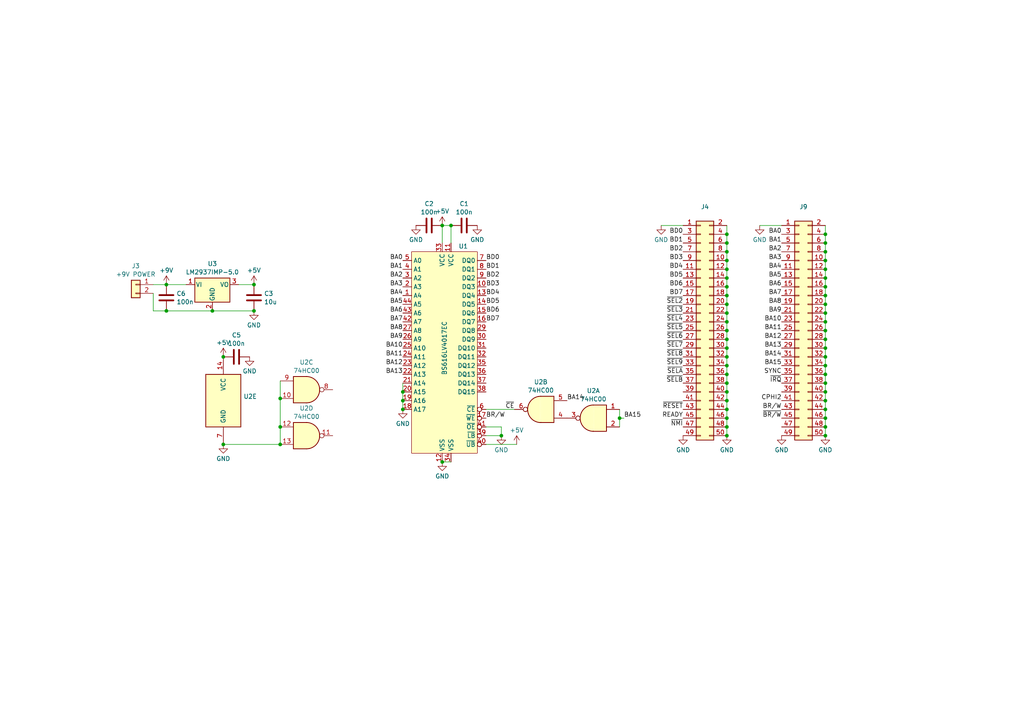
<source format=kicad_sch>
(kicad_sch (version 20230121) (generator eeschema)
  (paper "A4")
  (lib_symbols
    (symbol "74xx:74HC00" (pin_names (offset 1.016))
      (property "Reference" "U" (at 0 1.27 0))
      (property "Value" "74HC00" (at 0 -1.27 0))
      (symbol "74HC00_1_1"
        (arc (start 0 -3.81) (mid 3.7934 0) (end 0 3.81) (stroke (width 0.254)) (fill (type background)))
        (polyline (pts (xy 0 3.81) (xy -3.81 3.81) (xy -3.81 -3.81) (xy 0 -3.81)) (stroke (width 0.254)) (fill (type background)))
        (pin input line (at -7.62 2.54 0) (length 3.81) (name "~") (number "1"))
        (pin input line (at -7.62 -2.54 0) (length 3.81) (name "~") (number "2"))
        (pin output inverted (at 7.62 0 180) (length 3.81) (name "~") (number "3"))
      )
      (symbol "74HC00_1_2"
        (arc (start -3.81 -3.81) (mid -2.589 0) (end -3.81 3.81) (stroke (width 0.254)))
        (arc (start -0.6096 -3.81) (mid 2.1842 -2.5851) (end 3.81 0) (stroke (width 0.254)) (fill (type background)))
        (polyline (pts (xy -3.81 -3.81) (xy -0.635 -3.81)) (stroke (width 0.254)) (fill (type background)))
        (polyline (pts (xy -3.81 3.81) (xy -0.635 3.81)) (stroke (width 0.254)) (fill (type background)))
        (polyline (pts (xy -0.635 3.81) (xy -3.81 3.81) (xy -3.81 3.81) (xy -3.556 3.4036) (xy -3.0226 2.2606) (xy -2.6924 1.0414) (xy -2.6162 -0.254) (xy -2.7686 -1.4986) (xy -3.175 -2.7178) (xy -3.81 -3.81) (xy -3.81 -3.81) (xy -0.635 -3.81)) (stroke (width -25.4)) (fill (type background)))
        (arc (start 3.81 0) (mid 2.1915 2.5936) (end -0.6096 3.81) (stroke (width 0.254)) (fill (type background)))
        (pin input inverted (at -7.62 2.54 0) (length 4.318) (name "~") (number "1"))
        (pin input inverted (at -7.62 -2.54 0) (length 4.318) (name "~") (number "2"))
        (pin output line (at 7.62 0 180) (length 3.81) (name "~") (number "3"))
      )
      (symbol "74HC00_2_1"
        (arc (start 0 -3.81) (mid 3.7934 0) (end 0 3.81) (stroke (width 0.254)) (fill (type background)))
        (polyline (pts (xy 0 3.81) (xy -3.81 3.81) (xy -3.81 -3.81) (xy 0 -3.81)) (stroke (width 0.254)) (fill (type background)))
        (pin input line (at -7.62 2.54 0) (length 3.81) (name "~") (number "4"))
        (pin input line (at -7.62 -2.54 0) (length 3.81) (name "~") (number "5"))
        (pin output inverted (at 7.62 0 180) (length 3.81) (name "~") (number "6"))
      )
      (symbol "74HC00_2_2"
        (arc (start -3.81 -3.81) (mid -2.589 0) (end -3.81 3.81) (stroke (width 0.254)))
        (arc (start -0.6096 -3.81) (mid 2.1842 -2.5851) (end 3.81 0) (stroke (width 0.254)) (fill (type background)))
        (polyline (pts (xy -3.81 -3.81) (xy -0.635 -3.81)) (stroke (width 0.254)) (fill (type background)))
        (polyline (pts (xy -3.81 3.81) (xy -0.635 3.81)) (stroke (width 0.254)) (fill (type background)))
        (polyline (pts (xy -0.635 3.81) (xy -3.81 3.81) (xy -3.81 3.81) (xy -3.556 3.4036) (xy -3.0226 2.2606) (xy -2.6924 1.0414) (xy -2.6162 -0.254) (xy -2.7686 -1.4986) (xy -3.175 -2.7178) (xy -3.81 -3.81) (xy -3.81 -3.81) (xy -0.635 -3.81)) (stroke (width -25.4)) (fill (type background)))
        (arc (start 3.81 0) (mid 2.1915 2.5936) (end -0.6096 3.81) (stroke (width 0.254)) (fill (type background)))
        (pin input inverted (at -7.62 2.54 0) (length 4.318) (name "~") (number "4"))
        (pin input inverted (at -7.62 -2.54 0) (length 4.318) (name "~") (number "5"))
        (pin output line (at 7.62 0 180) (length 3.81) (name "~") (number "6"))
      )
      (symbol "74HC00_3_1"
        (arc (start 0 -3.81) (mid 3.7934 0) (end 0 3.81) (stroke (width 0.254)) (fill (type background)))
        (polyline (pts (xy 0 3.81) (xy -3.81 3.81) (xy -3.81 -3.81) (xy 0 -3.81)) (stroke (width 0.254)) (fill (type background)))
        (pin input line (at -7.62 -2.54 0) (length 3.81) (name "~") (number "10"))
        (pin output inverted (at 7.62 0 180) (length 3.81) (name "~") (number "8"))
        (pin input line (at -7.62 2.54 0) (length 3.81) (name "~") (number "9"))
      )
      (symbol "74HC00_3_2"
        (arc (start -3.81 -3.81) (mid -2.589 0) (end -3.81 3.81) (stroke (width 0.254)))
        (arc (start -0.6096 -3.81) (mid 2.1842 -2.5851) (end 3.81 0) (stroke (width 0.254)) (fill (type background)))
        (polyline (pts (xy -3.81 -3.81) (xy -0.635 -3.81)) (stroke (width 0.254)) (fill (type background)))
        (polyline (pts (xy -3.81 3.81) (xy -0.635 3.81)) (stroke (width 0.254)) (fill (type background)))
        (polyline (pts (xy -0.635 3.81) (xy -3.81 3.81) (xy -3.81 3.81) (xy -3.556 3.4036) (xy -3.0226 2.2606) (xy -2.6924 1.0414) (xy -2.6162 -0.254) (xy -2.7686 -1.4986) (xy -3.175 -2.7178) (xy -3.81 -3.81) (xy -3.81 -3.81) (xy -0.635 -3.81)) (stroke (width -25.4)) (fill (type background)))
        (arc (start 3.81 0) (mid 2.1915 2.5936) (end -0.6096 3.81) (stroke (width 0.254)) (fill (type background)))
        (pin input inverted (at -7.62 -2.54 0) (length 4.318) (name "~") (number "10"))
        (pin output line (at 7.62 0 180) (length 3.81) (name "~") (number "8"))
        (pin input inverted (at -7.62 2.54 0) (length 4.318) (name "~") (number "9"))
      )
      (symbol "74HC00_4_1"
        (arc (start 0 -3.81) (mid 3.7934 0) (end 0 3.81) (stroke (width 0.254)) (fill (type background)))
        (polyline (pts (xy 0 3.81) (xy -3.81 3.81) (xy -3.81 -3.81) (xy 0 -3.81)) (stroke (width 0.254)) (fill (type background)))
        (pin output inverted (at 7.62 0 180) (length 3.81) (name "~") (number "11"))
        (pin input line (at -7.62 2.54 0) (length 3.81) (name "~") (number "12"))
        (pin input line (at -7.62 -2.54 0) (length 3.81) (name "~") (number "13"))
      )
      (symbol "74HC00_4_2"
        (arc (start -3.81 -3.81) (mid -2.589 0) (end -3.81 3.81) (stroke (width 0.254)))
        (arc (start -0.6096 -3.81) (mid 2.1842 -2.5851) (end 3.81 0) (stroke (width 0.254)) (fill (type background)))
        (polyline (pts (xy -3.81 -3.81) (xy -0.635 -3.81)) (stroke (width 0.254)) (fill (type background)))
        (polyline (pts (xy -3.81 3.81) (xy -0.635 3.81)) (stroke (width 0.254)) (fill (type background)))
        (polyline (pts (xy -0.635 3.81) (xy -3.81 3.81) (xy -3.81 3.81) (xy -3.556 3.4036) (xy -3.0226 2.2606) (xy -2.6924 1.0414) (xy -2.6162 -0.254) (xy -2.7686 -1.4986) (xy -3.175 -2.7178) (xy -3.81 -3.81) (xy -3.81 -3.81) (xy -0.635 -3.81)) (stroke (width -25.4)) (fill (type background)))
        (arc (start 3.81 0) (mid 2.1915 2.5936) (end -0.6096 3.81) (stroke (width 0.254)) (fill (type background)))
        (pin output line (at 7.62 0 180) (length 3.81) (name "~") (number "11"))
        (pin input inverted (at -7.62 2.54 0) (length 4.318) (name "~") (number "12"))
        (pin input inverted (at -7.62 -2.54 0) (length 4.318) (name "~") (number "13"))
      )
      (symbol "74HC00_5_0"
        (pin power_in line (at 0 12.7 270) (length 5.08) (name "VCC") (number "14"))
        (pin power_in line (at 0 -12.7 90) (length 5.08) (name "GND") (number "7"))
      )
      (symbol "74HC00_5_1"
        (rectangle (start -5.08 7.62) (end 5.08 -7.62) (stroke (width 0.254)) (fill (type background)))
      )
    )
    (symbol "Connector_Generic:Conn_01x02" (pin_names (offset 1.016) hide)
      (property "Reference" "J" (at 0 2.54 0))
      (property "Value" "Conn_01x02" (at 0 -5.08 0))
      (symbol "Conn_01x02_1_1"
        (rectangle (start -1.27 -2.413) (end 0 -2.667) (stroke (width 0.1524)))
        (rectangle (start -1.27 0.127) (end 0 -0.127) (stroke (width 0.1524)))
        (rectangle (start -1.27 1.27) (end 1.27 -3.81) (stroke (width 0.254)) (fill (type background)))
        (pin passive line (at -5.08 0 0) (length 3.81) (name "Pin_1") (number "1"))
        (pin passive line (at -5.08 -2.54 0) (length 3.81) (name "Pin_2") (number "2"))
      )
    )
    (symbol "Connector_Generic:Conn_02x25_Odd_Even" (pin_names (offset 1.016) hide)
      (property "Reference" "J" (at 1.27 33.02 0))
      (property "Value" "Conn_02x25_Odd_Even" (at 1.27 -33.02 0))
      (symbol "Conn_02x25_Odd_Even_1_1"
        (rectangle (start -1.27 -30.353) (end 0 -30.607) (stroke (width 0.1524)))
        (rectangle (start -1.27 -27.813) (end 0 -28.067) (stroke (width 0.1524)))
        (rectangle (start -1.27 -25.273) (end 0 -25.527) (stroke (width 0.1524)))
        (rectangle (start -1.27 -22.733) (end 0 -22.987) (stroke (width 0.1524)))
        (rectangle (start -1.27 -20.193) (end 0 -20.447) (stroke (width 0.1524)))
        (rectangle (start -1.27 -17.653) (end 0 -17.907) (stroke (width 0.1524)))
        (rectangle (start -1.27 -15.113) (end 0 -15.367) (stroke (width 0.1524)))
        (rectangle (start -1.27 -12.573) (end 0 -12.827) (stroke (width 0.1524)))
        (rectangle (start -1.27 -10.033) (end 0 -10.287) (stroke (width 0.1524)))
        (rectangle (start -1.27 -7.493) (end 0 -7.747) (stroke (width 0.1524)))
        (rectangle (start -1.27 -4.953) (end 0 -5.207) (stroke (width 0.1524)))
        (rectangle (start -1.27 -2.413) (end 0 -2.667) (stroke (width 0.1524)))
        (rectangle (start -1.27 0.127) (end 0 -0.127) (stroke (width 0.1524)))
        (rectangle (start -1.27 2.667) (end 0 2.413) (stroke (width 0.1524)))
        (rectangle (start -1.27 5.207) (end 0 4.953) (stroke (width 0.1524)))
        (rectangle (start -1.27 7.747) (end 0 7.493) (stroke (width 0.1524)))
        (rectangle (start -1.27 10.287) (end 0 10.033) (stroke (width 0.1524)))
        (rectangle (start -1.27 12.827) (end 0 12.573) (stroke (width 0.1524)))
        (rectangle (start -1.27 15.367) (end 0 15.113) (stroke (width 0.1524)))
        (rectangle (start -1.27 17.907) (end 0 17.653) (stroke (width 0.1524)))
        (rectangle (start -1.27 20.447) (end 0 20.193) (stroke (width 0.1524)))
        (rectangle (start -1.27 22.987) (end 0 22.733) (stroke (width 0.1524)))
        (rectangle (start -1.27 25.527) (end 0 25.273) (stroke (width 0.1524)))
        (rectangle (start -1.27 28.067) (end 0 27.813) (stroke (width 0.1524)))
        (rectangle (start -1.27 30.607) (end 0 30.353) (stroke (width 0.1524)))
        (rectangle (start -1.27 31.75) (end 3.81 -31.75) (stroke (width 0.254)) (fill (type background)))
        (rectangle (start 3.81 -30.353) (end 2.54 -30.607) (stroke (width 0.1524)))
        (rectangle (start 3.81 -27.813) (end 2.54 -28.067) (stroke (width 0.1524)))
        (rectangle (start 3.81 -25.273) (end 2.54 -25.527) (stroke (width 0.1524)))
        (rectangle (start 3.81 -22.733) (end 2.54 -22.987) (stroke (width 0.1524)))
        (rectangle (start 3.81 -20.193) (end 2.54 -20.447) (stroke (width 0.1524)))
        (rectangle (start 3.81 -17.653) (end 2.54 -17.907) (stroke (width 0.1524)))
        (rectangle (start 3.81 -15.113) (end 2.54 -15.367) (stroke (width 0.1524)))
        (rectangle (start 3.81 -12.573) (end 2.54 -12.827) (stroke (width 0.1524)))
        (rectangle (start 3.81 -10.033) (end 2.54 -10.287) (stroke (width 0.1524)))
        (rectangle (start 3.81 -7.493) (end 2.54 -7.747) (stroke (width 0.1524)))
        (rectangle (start 3.81 -4.953) (end 2.54 -5.207) (stroke (width 0.1524)))
        (rectangle (start 3.81 -2.413) (end 2.54 -2.667) (stroke (width 0.1524)))
        (rectangle (start 3.81 0.127) (end 2.54 -0.127) (stroke (width 0.1524)))
        (rectangle (start 3.81 2.667) (end 2.54 2.413) (stroke (width 0.1524)))
        (rectangle (start 3.81 5.207) (end 2.54 4.953) (stroke (width 0.1524)))
        (rectangle (start 3.81 7.747) (end 2.54 7.493) (stroke (width 0.1524)))
        (rectangle (start 3.81 10.287) (end 2.54 10.033) (stroke (width 0.1524)))
        (rectangle (start 3.81 12.827) (end 2.54 12.573) (stroke (width 0.1524)))
        (rectangle (start 3.81 15.367) (end 2.54 15.113) (stroke (width 0.1524)))
        (rectangle (start 3.81 17.907) (end 2.54 17.653) (stroke (width 0.1524)))
        (rectangle (start 3.81 20.447) (end 2.54 20.193) (stroke (width 0.1524)))
        (rectangle (start 3.81 22.987) (end 2.54 22.733) (stroke (width 0.1524)))
        (rectangle (start 3.81 25.527) (end 2.54 25.273) (stroke (width 0.1524)))
        (rectangle (start 3.81 28.067) (end 2.54 27.813) (stroke (width 0.1524)))
        (rectangle (start 3.81 30.607) (end 2.54 30.353) (stroke (width 0.1524)))
        (pin passive line (at -5.08 30.48 0) (length 3.81) (name "Pin_1") (number "1"))
        (pin passive line (at 7.62 20.32 180) (length 3.81) (name "Pin_10") (number "10"))
        (pin passive line (at -5.08 17.78 0) (length 3.81) (name "Pin_11") (number "11"))
        (pin passive line (at 7.62 17.78 180) (length 3.81) (name "Pin_12") (number "12"))
        (pin passive line (at -5.08 15.24 0) (length 3.81) (name "Pin_13") (number "13"))
        (pin passive line (at 7.62 15.24 180) (length 3.81) (name "Pin_14") (number "14"))
        (pin passive line (at -5.08 12.7 0) (length 3.81) (name "Pin_15") (number "15"))
        (pin passive line (at 7.62 12.7 180) (length 3.81) (name "Pin_16") (number "16"))
        (pin passive line (at -5.08 10.16 0) (length 3.81) (name "Pin_17") (number "17"))
        (pin passive line (at 7.62 10.16 180) (length 3.81) (name "Pin_18") (number "18"))
        (pin passive line (at -5.08 7.62 0) (length 3.81) (name "Pin_19") (number "19"))
        (pin passive line (at 7.62 30.48 180) (length 3.81) (name "Pin_2") (number "2"))
        (pin passive line (at 7.62 7.62 180) (length 3.81) (name "Pin_20") (number "20"))
        (pin passive line (at -5.08 5.08 0) (length 3.81) (name "Pin_21") (number "21"))
        (pin passive line (at 7.62 5.08 180) (length 3.81) (name "Pin_22") (number "22"))
        (pin passive line (at -5.08 2.54 0) (length 3.81) (name "Pin_23") (number "23"))
        (pin passive line (at 7.62 2.54 180) (length 3.81) (name "Pin_24") (number "24"))
        (pin passive line (at -5.08 0 0) (length 3.81) (name "Pin_25") (number "25"))
        (pin passive line (at 7.62 0 180) (length 3.81) (name "Pin_26") (number "26"))
        (pin passive line (at -5.08 -2.54 0) (length 3.81) (name "Pin_27") (number "27"))
        (pin passive line (at 7.62 -2.54 180) (length 3.81) (name "Pin_28") (number "28"))
        (pin passive line (at -5.08 -5.08 0) (length 3.81) (name "Pin_29") (number "29"))
        (pin passive line (at -5.08 27.94 0) (length 3.81) (name "Pin_3") (number "3"))
        (pin passive line (at 7.62 -5.08 180) (length 3.81) (name "Pin_30") (number "30"))
        (pin passive line (at -5.08 -7.62 0) (length 3.81) (name "Pin_31") (number "31"))
        (pin passive line (at 7.62 -7.62 180) (length 3.81) (name "Pin_32") (number "32"))
        (pin passive line (at -5.08 -10.16 0) (length 3.81) (name "Pin_33") (number "33"))
        (pin passive line (at 7.62 -10.16 180) (length 3.81) (name "Pin_34") (number "34"))
        (pin passive line (at -5.08 -12.7 0) (length 3.81) (name "Pin_35") (number "35"))
        (pin passive line (at 7.62 -12.7 180) (length 3.81) (name "Pin_36") (number "36"))
        (pin passive line (at -5.08 -15.24 0) (length 3.81) (name "Pin_37") (number "37"))
        (pin passive line (at 7.62 -15.24 180) (length 3.81) (name "Pin_38") (number "38"))
        (pin passive line (at -5.08 -17.78 0) (length 3.81) (name "Pin_39") (number "39"))
        (pin passive line (at 7.62 27.94 180) (length 3.81) (name "Pin_4") (number "4"))
        (pin passive line (at 7.62 -17.78 180) (length 3.81) (name "Pin_40") (number "40"))
        (pin passive line (at -5.08 -20.32 0) (length 3.81) (name "Pin_41") (number "41"))
        (pin passive line (at 7.62 -20.32 180) (length 3.81) (name "Pin_42") (number "42"))
        (pin passive line (at -5.08 -22.86 0) (length 3.81) (name "Pin_43") (number "43"))
        (pin passive line (at 7.62 -22.86 180) (length 3.81) (name "Pin_44") (number "44"))
        (pin passive line (at -5.08 -25.4 0) (length 3.81) (name "Pin_45") (number "45"))
        (pin passive line (at 7.62 -25.4 180) (length 3.81) (name "Pin_46") (number "46"))
        (pin passive line (at -5.08 -27.94 0) (length 3.81) (name "Pin_47") (number "47"))
        (pin passive line (at 7.62 -27.94 180) (length 3.81) (name "Pin_48") (number "48"))
        (pin passive line (at -5.08 -30.48 0) (length 3.81) (name "Pin_49") (number "49"))
        (pin passive line (at -5.08 25.4 0) (length 3.81) (name "Pin_5") (number "5"))
        (pin passive line (at 7.62 -30.48 180) (length 3.81) (name "Pin_50") (number "50"))
        (pin passive line (at 7.62 25.4 180) (length 3.81) (name "Pin_6") (number "6"))
        (pin passive line (at -5.08 22.86 0) (length 3.81) (name "Pin_7") (number "7"))
        (pin passive line (at 7.62 22.86 180) (length 3.81) (name "Pin_8") (number "8"))
        (pin passive line (at -5.08 20.32 0) (length 3.81) (name "Pin_9") (number "9"))
      )
    )
    (symbol "Device:C" (pin_numbers hide) (pin_names (offset 0.254))
      (property "Reference" "C" (at 0.635 2.54 0))
      (property "Value" "C" (at 0.635 -2.54 0))
      (symbol "C_0_1"
        (polyline (pts (xy -2.032 -0.762) (xy 2.032 -0.762)) (stroke (width 0.508)))
        (polyline (pts (xy -2.032 0.762) (xy 2.032 0.762)) (stroke (width 0.508)))
      )
      (symbol "C_1_1"
        (pin passive line (at 0 3.81 270) (length 2.794) (name "~") (number "1"))
        (pin passive line (at 0 -3.81 90) (length 2.794) (name "~") (number "2"))
      )
    )
    (symbol "Regulator_Linear:LM2937xMP" (pin_names (offset 0.254))
      (property "Reference" "U" (at -3.81 3.175 0))
      (property "Value" "LM2937xMP" (at 0 3.175 0))
      (symbol "LM2937xMP_0_1"
        (rectangle (start -5.08 -5.08) (end 5.08 1.905) (stroke (width 0.254)) (fill (type background)))
      )
      (symbol "LM2937xMP_1_1"
        (pin power_in line (at -7.62 0 0) (length 2.54) (name "VI") (number "1"))
        (pin power_in line (at 0 -7.62 90) (length 2.54) (name "GND") (number "2"))
        (pin power_out line (at 7.62 0 180) (length 2.54) (name "VO") (number "3"))
      )
    )
    (symbol "oni:BS616LV4017EC"
      (property "Reference" "U" (at 5.08 -30.48 0))
      (property "Value" "BS616LV4017EC" (at 0 0 90))
      (symbol "BS616LV4017EC_1_1"
        (rectangle (start -10.16 29.21) (end 8.89 -29.21) (fill (type background)))
        (pin input line (at -12.7 16.51 0) (length 2.54) (name "A4") (number "1"))
        (pin tri_state line (at 11.43 19.05 180) (length 2.54) (name "DQ3") (number "10"))
        (pin power_in line (at 1.27 31.75 270) (length 2.54) (name "VCC") (number "11"))
        (pin power_in line (at -1.27 -31.75 90) (length 2.54) (name "VSS") (number "12"))
        (pin tri_state line (at 11.43 16.51 180) (length 2.54) (name "DQ4") (number "13"))
        (pin tri_state line (at 11.43 13.97 180) (length 2.54) (name "DQ5") (number "14"))
        (pin tri_state line (at 11.43 11.43 180) (length 2.54) (name "DQ6") (number "15"))
        (pin tri_state line (at 11.43 8.89 180) (length 2.54) (name "DQ7") (number "16"))
        (pin input inverted (at 11.43 -19.05 180) (length 2.54) (name "~{WE}") (number "17"))
        (pin input line (at -12.7 -16.51 0) (length 2.54) (name "A17") (number "18"))
        (pin input line (at -12.7 -13.97 0) (length 2.54) (name "A16") (number "19"))
        (pin input line (at -12.7 19.05 0) (length 2.54) (name "A3") (number "2"))
        (pin input line (at -12.7 -11.43 0) (length 2.54) (name "A15") (number "20"))
        (pin input line (at -12.7 -8.89 0) (length 2.54) (name "A14") (number "21"))
        (pin input line (at -12.7 -6.35 0) (length 2.54) (name "A13") (number "22"))
        (pin input line (at -12.7 -3.81 0) (length 2.54) (name "A12") (number "23"))
        (pin input line (at -12.7 -1.27 0) (length 2.54) (name "A11") (number "24"))
        (pin input line (at -12.7 1.27 0) (length 2.54) (name "A10") (number "25"))
        (pin input line (at -12.7 3.81 0) (length 2.54) (name "A9") (number "26"))
        (pin input line (at -12.7 6.35 0) (length 2.54) (name "A8") (number "27"))
        (pin no_connect line (at -12.7 -26.67 0) (length 2.54) hide (name "NC") (number "28"))
        (pin tri_state line (at 11.43 6.35 180) (length 2.54) (name "DQ8") (number "29"))
        (pin input line (at -12.7 21.59 0) (length 2.54) (name "A2") (number "3"))
        (pin tri_state line (at 11.43 3.81 180) (length 2.54) (name "DQ9") (number "30"))
        (pin tri_state line (at 11.43 1.27 180) (length 2.54) (name "DQ10") (number "31"))
        (pin tri_state line (at 11.43 -1.27 180) (length 2.54) (name "DQ11") (number "32"))
        (pin power_in line (at -1.27 31.75 270) (length 2.54) (name "VCC") (number "33"))
        (pin power_in line (at 1.27 -31.75 90) (length 2.54) (name "VSS") (number "34"))
        (pin tri_state line (at 11.43 -3.81 180) (length 2.54) (name "DQ12") (number "35"))
        (pin tri_state line (at 11.43 -6.35 180) (length 2.54) (name "DQ13") (number "36"))
        (pin tri_state line (at 11.43 -8.89 180) (length 2.54) (name "DQ14") (number "37"))
        (pin tri_state line (at 11.43 -11.43 180) (length 2.54) (name "DQ15") (number "38"))
        (pin input inverted (at 11.43 -24.13 180) (length 2.54) (name "~{LB}") (number "39"))
        (pin input line (at -12.7 24.13 0) (length 2.54) (name "A1") (number "4"))
        (pin input inverted (at 11.43 -26.67 180) (length 2.54) (name "~{UB}") (number "40"))
        (pin input inverted (at 11.43 -21.59 180) (length 2.54) (name "~{OE}") (number "41"))
        (pin input line (at -12.7 8.89 0) (length 2.54) (name "A7") (number "42"))
        (pin input line (at -12.7 11.43 0) (length 2.54) (name "A6") (number "43"))
        (pin input line (at -12.7 13.97 0) (length 2.54) (name "A5") (number "44"))
        (pin input line (at -12.7 26.67 0) (length 2.54) (name "A0") (number "5"))
        (pin input inverted (at 11.43 -16.51 180) (length 2.54) (name "~{CE}") (number "6"))
        (pin tri_state line (at 11.43 26.67 180) (length 2.54) (name "DQ0") (number "7"))
        (pin tri_state line (at 11.43 24.13 180) (length 2.54) (name "DQ1") (number "8"))
        (pin tri_state line (at 11.43 21.59 180) (length 2.54) (name "DQ2") (number "9"))
      )
    )
    (symbol "power:+5V" (power) (pin_names (offset 0))
      (property "Value" "+5V" (at 0 3.556 0))
      (symbol "+5V_0_1"
        (polyline (pts (xy -0.762 1.27) (xy 0 2.54)))
        (polyline (pts (xy 0 0) (xy 0 2.54)))
        (polyline (pts (xy 0 2.54) (xy 0.762 1.27)))
      )
      (symbol "+5V_1_1"
        (pin power_in line (at 0 0 90) (length 0) hide (name "+5V") (number "1"))
      )
    )
    (symbol "power:+9V" (power) (pin_names (offset 0))
      (property "Value" "+9V" (at 0 3.556 0))
      (symbol "+9V_0_1"
        (polyline (pts (xy -0.762 1.27) (xy 0 2.54)))
        (polyline (pts (xy 0 0) (xy 0 2.54)))
        (polyline (pts (xy 0 2.54) (xy 0.762 1.27)))
      )
      (symbol "+9V_1_1"
        (pin power_in line (at 0 0 90) (length 0) hide (name "+9V") (number "1"))
      )
    )
    (symbol "power:GND" (power) (pin_names (offset 0))
      (property "Value" "GND" (at 0 -3.81 0))
      (symbol "GND_0_1"
        (polyline (pts (xy 0 0) (xy 0 -1.27) (xy 1.27 -1.27) (xy 0 -2.54) (xy -1.27 -1.27) (xy 0 -1.27)))
      )
      (symbol "GND_1_1"
        (pin power_in line (at 0 0 270) (length 0) hide (name "GND") (number "1"))
      )
    )
  )
  (junction (at 64.77 128.905))
  (junction (at 239.395 90.805))
  (junction (at 239.395 108.585))
  (junction (at 239.395 116.205))
  (junction (at 210.82 88.265))
  (junction (at 239.395 93.345))
  (junction (at 210.82 111.125))
  (junction (at 239.395 80.645))
  (junction (at 239.395 67.945))
  (junction (at 239.395 118.745))
  (junction (at 239.395 88.265))
  (junction (at 73.66 90.17))
  (junction (at 210.82 123.825))
  (junction (at 128.27 133.985))
  (junction (at 210.82 85.725))
  (junction (at 116.84 113.665))
  (junction (at 239.395 70.485))
  (junction (at 239.395 123.825))
  (junction (at 116.84 118.745))
  (junction (at 239.395 83.185))
  (junction (at 210.82 67.945))
  (junction (at 210.82 103.505))
  (junction (at 239.395 126.365))
  (junction (at 239.395 98.425))
  (junction (at 81.28 123.825))
  (junction (at 239.395 111.125))
  (junction (at 210.82 75.565))
  (junction (at 48.26 90.17))
  (junction (at 239.395 75.565))
  (junction (at 210.82 126.365))
  (junction (at 61.595 90.17))
  (junction (at 210.82 95.885))
  (junction (at 239.395 121.285))
  (junction (at 239.395 95.885))
  (junction (at 73.66 82.55))
  (junction (at 130.81 65.405))
  (junction (at 210.82 100.965))
  (junction (at 210.82 121.285))
  (junction (at 179.705 121.285))
  (junction (at 81.28 128.905))
  (junction (at 210.82 90.805))
  (junction (at 145.415 126.365))
  (junction (at 48.26 82.55))
  (junction (at 239.395 106.045))
  (junction (at 239.395 78.105))
  (junction (at 210.82 98.425))
  (junction (at 239.395 85.725))
  (junction (at 64.77 103.505))
  (junction (at 210.82 83.185))
  (junction (at 210.82 108.585))
  (junction (at 210.82 78.105))
  (junction (at 239.395 113.665))
  (junction (at 239.395 103.505))
  (junction (at 128.27 65.405))
  (junction (at 81.28 115.57))
  (junction (at 239.395 73.025))
  (junction (at 210.82 106.045))
  (junction (at 210.82 118.745))
  (junction (at 116.84 116.205))
  (junction (at 239.395 100.965))
  (junction (at 210.82 113.665))
  (junction (at 210.82 116.205))
  (junction (at 210.82 73.025))
  (junction (at 210.82 70.485))
  (junction (at 210.82 80.645))
  (junction (at 210.82 93.345))
  (wire (pts (xy 239.395 121.285) (xy 239.395 123.825)))
  (wire (pts (xy 210.82 116.205) (xy 210.82 118.745)))
  (wire (pts (xy 210.82 98.425) (xy 210.82 100.965)))
  (wire (pts (xy 210.82 78.105) (xy 210.82 80.645)))
  (wire (pts (xy 239.395 113.665) (xy 239.395 116.205)))
  (wire (pts (xy 210.82 83.185) (xy 210.82 85.725)))
  (wire (pts (xy 210.82 90.805) (xy 210.82 93.345)))
  (wire (pts (xy 48.26 90.17) (xy 61.595 90.17)))
  (wire (pts (xy 116.84 116.205) (xy 116.84 118.745)))
  (wire (pts (xy 239.395 108.585) (xy 239.395 111.125)))
  (wire (pts (xy 239.395 98.425) (xy 239.395 100.965)))
  (wire (pts (xy 210.82 108.585) (xy 210.82 111.125)))
  (wire (pts (xy 180.975 121.285) (xy 179.705 121.285)))
  (wire (pts (xy 210.82 88.265) (xy 210.82 90.805)))
  (wire (pts (xy 44.45 82.55) (xy 48.26 82.55)))
  (wire (pts (xy 239.395 100.965) (xy 239.395 103.505)))
  (wire (pts (xy 116.84 111.125) (xy 116.84 113.665)))
  (wire (pts (xy 239.395 106.045) (xy 239.395 108.585)))
  (wire (pts (xy 210.82 103.505) (xy 210.82 106.045)))
  (wire (pts (xy 140.97 126.365) (xy 145.415 126.365)))
  (wire (pts (xy 239.395 111.125) (xy 239.395 113.665)))
  (wire (pts (xy 239.395 73.025) (xy 239.395 75.565)))
  (wire (pts (xy 210.82 95.885) (xy 210.82 98.425)))
  (wire (pts (xy 191.77 65.405) (xy 198.12 65.405)))
  (wire (pts (xy 44.45 90.17) (xy 48.26 90.17)))
  (wire (pts (xy 116.84 113.665) (xy 116.84 116.205)))
  (wire (pts (xy 210.82 100.965) (xy 210.82 103.505)))
  (wire (pts (xy 210.82 70.485) (xy 210.82 73.025)))
  (wire (pts (xy 239.395 116.205) (xy 239.395 118.745)))
  (wire (pts (xy 210.82 93.345) (xy 210.82 95.885)))
  (wire (pts (xy 179.705 121.285) (xy 179.705 118.745)))
  (wire (pts (xy 48.26 82.55) (xy 53.975 82.55)))
  (wire (pts (xy 210.82 123.825) (xy 210.82 126.365)))
  (wire (pts (xy 128.27 65.405) (xy 128.27 70.485)))
  (wire (pts (xy 210.82 75.565) (xy 210.82 78.105)))
  (wire (pts (xy 140.97 128.905) (xy 149.86 128.905)))
  (wire (pts (xy 210.82 106.045) (xy 210.82 108.585)))
  (wire (pts (xy 239.395 118.745) (xy 239.395 121.285)))
  (wire (pts (xy 239.395 65.405) (xy 239.395 67.945)))
  (wire (pts (xy 128.27 133.985) (xy 130.81 133.985)))
  (wire (pts (xy 220.345 65.405) (xy 226.695 65.405)))
  (wire (pts (xy 64.77 128.905) (xy 81.28 128.905)))
  (wire (pts (xy 69.215 82.55) (xy 73.66 82.55)))
  (wire (pts (xy 179.705 121.285) (xy 179.705 123.825)))
  (wire (pts (xy 239.395 123.825) (xy 239.395 126.365)))
  (wire (pts (xy 210.82 121.285) (xy 210.82 123.825)))
  (wire (pts (xy 145.415 123.825) (xy 145.415 126.365)))
  (wire (pts (xy 81.28 123.825) (xy 81.28 128.905)))
  (wire (pts (xy 239.395 78.105) (xy 239.395 80.645)))
  (wire (pts (xy 210.82 111.125) (xy 210.82 113.665)))
  (wire (pts (xy 239.395 85.725) (xy 239.395 88.265)))
  (wire (pts (xy 239.395 88.265) (xy 239.395 90.805)))
  (wire (pts (xy 61.595 90.17) (xy 73.66 90.17)))
  (wire (pts (xy 128.27 65.405) (xy 130.81 65.405)))
  (wire (pts (xy 239.395 95.885) (xy 239.395 98.425)))
  (wire (pts (xy 239.395 90.805) (xy 239.395 93.345)))
  (wire (pts (xy 210.82 118.745) (xy 210.82 121.285)))
  (wire (pts (xy 81.28 110.49) (xy 81.28 115.57)))
  (wire (pts (xy 210.82 65.405) (xy 210.82 67.945)))
  (wire (pts (xy 130.81 65.405) (xy 130.81 70.485)))
  (wire (pts (xy 239.395 83.185) (xy 239.395 85.725)))
  (wire (pts (xy 140.97 118.745) (xy 149.225 118.745)))
  (wire (pts (xy 210.82 67.945) (xy 210.82 70.485)))
  (wire (pts (xy 210.82 85.725) (xy 210.82 88.265)))
  (wire (pts (xy 239.395 93.345) (xy 239.395 95.885)))
  (wire (pts (xy 210.82 73.025) (xy 210.82 75.565)))
  (wire (pts (xy 239.395 80.645) (xy 239.395 83.185)))
  (wire (pts (xy 239.395 103.505) (xy 239.395 106.045)))
  (wire (pts (xy 210.82 113.665) (xy 210.82 116.205)))
  (wire (pts (xy 81.28 115.57) (xy 81.28 123.825)))
  (wire (pts (xy 239.395 75.565) (xy 239.395 78.105)))
  (wire (pts (xy 239.395 67.945) (xy 239.395 70.485)))
  (wire (pts (xy 140.97 123.825) (xy 145.415 123.825)))
  (wire (pts (xy 44.45 90.17) (xy 44.45 85.09)))
  (wire (pts (xy 239.395 70.485) (xy 239.395 73.025)))
  (wire (pts (xy 210.82 80.645) (xy 210.82 83.185)))
  (label "BA10" (at 116.84 100.965 180))
  (label "~{SEL4}" (at 198.12 93.345 180))
  (label "BA3" (at 116.84 83.185 180))
  (label "BA10" (at 226.695 93.345 180))
  (label "BA3" (at 226.695 75.565 180))
  (label "BD5" (at 140.97 88.265 0))
  (label "~{RESET}" (at 198.12 118.745 180))
  (label "BA9" (at 226.695 90.805 180))
  (label "BA12" (at 116.84 106.045 180))
  (label "BD7" (at 198.12 85.725 180))
  (label "BA8" (at 226.695 88.265 180))
  (label "~{IRQ}" (at 226.695 111.125 180))
  (label "BA13" (at 116.84 108.585 180))
  (label "BA0" (at 226.695 67.945 180))
  (label "BD6" (at 140.97 90.805 0))
  (label "BA12" (at 226.695 98.425 180))
  (label "BD0" (at 198.12 67.945 180))
  (label "SYNC" (at 226.695 108.585 180))
  (label "BA13" (at 226.695 100.965 180))
  (label "BA15" (at 180.975 121.285 0))
  (label "BR{slash}W" (at 226.695 118.745 180))
  (label "BD1" (at 140.97 78.105 0))
  (label "BA11" (at 226.695 95.885 180))
  (label "BA15" (at 226.695 106.045 180))
  (label "BA5" (at 116.84 88.265 180))
  (label "BA6" (at 226.695 83.185 180))
  (label "~{SEL9}" (at 198.12 106.045 180))
  (label "BA4" (at 116.84 85.725 180))
  (label "~{CE}" (at 149.225 118.745 180))
  (label "~{SELB}" (at 198.12 111.125 180))
  (label "BD3" (at 140.97 83.185 0))
  (label "BA6" (at 116.84 90.805 180))
  (label "~{SEL3}" (at 198.12 90.805 180))
  (label "BA4" (at 226.695 78.105 180))
  (label "~{BR{slash}W}" (at 226.695 121.285 180))
  (label "~{SEL8}" (at 198.12 103.505 180))
  (label "BD6" (at 198.12 83.185 180))
  (label "BD2" (at 198.12 73.025 180))
  (label "CPHI2" (at 226.695 116.205 180))
  (label "BD4" (at 140.97 85.725 0))
  (label "~{NMI}" (at 198.12 123.825 180))
  (label "BD3" (at 198.12 75.565 180))
  (label "BA11" (at 116.84 103.505 180))
  (label "BA14" (at 226.695 103.505 180))
  (label "READY" (at 198.12 121.285 180))
  (label "~{SEL2}" (at 198.12 88.265 180))
  (label "BA9" (at 116.84 98.425 180))
  (label "BA2" (at 226.695 73.025 180))
  (label "BD7" (at 140.97 93.345 0))
  (label "BA7" (at 116.84 93.345 180))
  (label "BA5" (at 226.695 80.645 180))
  (label "BD5" (at 198.12 80.645 180))
  (label "BA0" (at 116.84 75.565 180))
  (label "BD4" (at 198.12 78.105 180))
  (label "BR{slash}W" (at 140.97 121.285 0))
  (label "BA14" (at 164.465 116.205 0))
  (label "~{SEL7}" (at 198.12 100.965 180))
  (label "BA1" (at 226.695 70.485 180))
  (label "~{SEL5}" (at 198.12 95.885 180))
  (label "~{SEL6}" (at 198.12 98.425 180))
  (label "BA1" (at 116.84 78.105 180))
  (label "BD1" (at 198.12 70.485 180))
  (label "BA2" (at 116.84 80.645 180))
  (label "BA7" (at 226.695 85.725 180))
  (label "BD0" (at 140.97 75.565 0))
  (label "BA8" (at 116.84 95.885 180))
  (label "~{SELA}" (at 198.12 108.585 180))
  (label "BD2" (at 140.97 80.645 0))
  (symbol (lib_id "power:GND") (at 226.695 126.365 0) (unit 1)
    (property "Reference" "#PWR011" (effects hide))
    (property "Value" "GND" (at 226.695 130.4981 0))
  )
  (symbol (lib_id "power:GND") (at 64.77 128.905 0) (unit 1)
    (property "Reference" "#PWR016" (effects hide))
    (property "Value" "GND" (at 64.77 133.0381 0))
  )
  (symbol (lib_id "power:GND") (at 220.345 65.405 0) (unit 1)
    (property "Reference" "#PWR010" (effects hide))
    (property "Value" "GND" (at 220.345 69.5381 0))
  )
  (symbol (lib_id "74xx:74HC00") (at 88.9 126.365 0) (unit 4)
    (property "Reference" "U2" (at 88.8917 118.4107 0))
    (property "Value" "74HC00" (at 88.8917 120.8349 0))
    (property "Footprint" "Package_SO:SOIC-14_3.9x8.7mm_P1.27mm" (effects hide))
    (property "Datasheet" "http://www.ti.com/lit/gpn/sn74hc00" (effects hide))
  )
  (symbol (lib_id "Connector_Generic:Conn_01x02") (at 39.37 82.55 0) (mirror y) (unit 1)
    (property "Reference" "J3" (at 39.37 77.1357 0))
    (property "Value" "+9V POWER" (at 39.37 79.5599 0))
    (property "Footprint" "Connector_PinHeader_2.54mm:PinHeader_1x02_P2.54mm_Horizontal" (effects hide))
  )
  (symbol (lib_id "power:GND") (at 210.82 126.365 0) (unit 1)
    (property "Reference" "#PWR07" (effects hide))
    (property "Value" "GND" (at 210.82 130.4981 0))
  )
  (symbol (lib_id "Device:C") (at 68.58 103.505 90) (unit 1)
    (property "Reference" "C5" (at 68.58 97.2017 90))
    (property "Value" "100n" (at 68.58 99.6259 90))
    (property "Footprint" "Capacitor_SMD:C_0805_2012Metric" (effects hide))
  )
  (symbol (lib_id "power:+5V") (at 128.27 65.405 0) (unit 1)
    (property "Reference" "#PWR04" (effects hide))
    (property "Value" "+5V" (at 128.27 61.2719 0))
  )
  (symbol (lib_id "power:GND") (at 120.65 65.405 0) (unit 1)
    (property "Reference" "#PWR06" (effects hide))
    (property "Value" "GND" (at 120.65 69.5381 0))
  )
  (symbol (lib_id "power:GND") (at 145.415 126.365 0) (unit 1)
    (property "Reference" "#PWR013" (effects hide))
    (property "Value" "GND" (at 145.415 130.4981 0))
  )
  (symbol (lib_id "power:GND") (at 191.77 65.405 0) (unit 1)
    (property "Reference" "#PWR09" (effects hide))
    (property "Value" "GND" (at 191.77 69.5381 0))
  )
  (symbol (lib_id "Connector_Generic:Conn_02x25_Odd_Even") (at 231.775 95.885 0) (unit 1)
    (property "Reference" "J9" (at 233.045 59.9907 0))
    (property "Value" "J9" (effects hide))
    (property "Footprint" "Connector_PinSocket_2.54mm:PinSocket_2x25_P2.54mm_Vertical" (effects hide))
  )
  (symbol (lib_id "Device:C") (at 48.26 86.36 180) (unit 1)
    (property "Reference" "C6" (at 51.181 85.1479 0) (effects (justify right)))
    (property "Value" "100n" (at 51.181 87.5721 0) (effects (justify right)))
    (property "Footprint" "Capacitor_SMD:C_0805_2012Metric" (effects hide))
  )
  (symbol (lib_id "74xx:74HC00") (at 64.77 116.205 0) (unit 5)
    (property "Reference" "U2" (at 70.612 114.9929 0) (effects (justify left)))
    (property "Value" "74HC00" (effects hide))
    (property "Footprint" "Package_SO:SOIC-14_3.9x8.7mm_P1.27mm" (effects hide))
    (property "Datasheet" "http://www.ti.com/lit/gpn/sn74hc00" (effects hide))
  )
  (symbol (lib_id "power:+5V") (at 64.77 103.505 0) (unit 1)
    (property "Reference" "#PWR017" (effects hide))
    (property "Value" "+5V" (at 64.77 99.3719 0))
  )
  (symbol (lib_id "power:GND") (at 72.39 103.505 0) (unit 1)
    (property "Reference" "#PWR018" (effects hide))
    (property "Value" "GND" (at 72.39 107.6381 0))
  )
  (symbol (lib_id "74xx:74HC00") (at 156.845 118.745 180) (unit 2)
    (property "Reference" "U2" (at 156.8533 110.7907 0))
    (property "Value" "74HC00" (at 156.8533 113.2149 0))
    (property "Footprint" "Package_SO:SOIC-14_3.9x8.7mm_P1.27mm" (effects hide))
    (property "Datasheet" "http://www.ti.com/lit/gpn/sn74hc00" (effects hide))
  )
  (symbol (lib_id "Device:C") (at 124.46 65.405 90) (unit 1)
    (property "Reference" "C2" (at 124.46 59.1017 90))
    (property "Value" "100n" (at 124.46 61.5259 90))
    (property "Footprint" "Capacitor_SMD:C_0805_2012Metric" (effects hide))
  )
  (symbol (lib_id "power:+5V") (at 149.86 128.905 0) (unit 1)
    (property "Reference" "#PWR014" (effects hide))
    (property "Value" "+5V" (at 149.86 124.7719 0))
  )
  (symbol (lib_id "power:GND") (at 198.12 126.365 0) (unit 1)
    (property "Reference" "#PWR08" (effects hide))
    (property "Value" "GND" (at 198.12 130.4981 0))
  )
  (symbol (lib_id "74xx:74HC00") (at 88.9 113.03 0) (unit 3)
    (property "Reference" "U2" (at 88.8917 105.0757 0))
    (property "Value" "74HC00" (at 88.8917 107.4999 0))
    (property "Footprint" "Package_SO:SOIC-14_3.9x8.7mm_P1.27mm" (effects hide))
    (property "Datasheet" "http://www.ti.com/lit/gpn/sn74hc00" (effects hide))
  )
  (symbol (lib_id "Device:C") (at 134.62 65.405 90) (unit 1)
    (property "Reference" "C1" (at 134.62 59.1017 90))
    (property "Value" "100n" (at 134.62 61.5259 90))
    (property "Footprint" "Capacitor_SMD:C_0805_2012Metric" (effects hide))
  )
  (symbol (lib_id "power:GND") (at 239.395 126.365 0) (unit 1)
    (property "Reference" "#PWR012" (effects hide))
    (property "Value" "GND" (at 239.395 130.4981 0))
  )
  (symbol (lib_id "74xx:74HC00") (at 172.085 121.285 0) (mirror y) (unit 1)
    (property "Reference" "U2" (at 172.0933 113.3307 0))
    (property "Value" "74HC00" (at 172.0933 115.7549 0))
    (property "Footprint" "Package_SO:SOIC-14_3.9x8.7mm_P1.27mm" (effects hide))
    (property "Datasheet" "http://www.ti.com/lit/gpn/sn74hc00" (effects hide))
  )
  (symbol (lib_id "power:GND") (at 116.84 118.745 0) (unit 1)
    (property "Reference" "#PWR015" (effects hide))
    (property "Value" "GND" (at 116.84 122.8781 0))
  )
  (symbol (lib_id "oni:BS616LV4017EC") (at 129.54 102.235 0) (unit 1)
    (property "Reference" "U1" (at 133.0041 71.4319 0) (effects (justify left)))
    (property "Value" "BS616LV4017EC" (at 128.905 100.965 90))
    (property "Footprint" "Package_SO:TSOP-II-44_10.16x18.41mm_P0.8mm" (effects hide))
    (property "Datasheet" "https://www.farnell.com/datasheets/4474.pdf" (effects hide))
  )
  (symbol (lib_id "Device:C") (at 73.66 86.36 180) (unit 1)
    (property "Reference" "C3" (at 76.581 85.1479 0) (effects (justify right)))
    (property "Value" "10u" (at 76.581 87.5721 0) (effects (justify right)))
    (property "Footprint" "Capacitor_SMD:C_0805_2012Metric" (effects hide))
  )
  (symbol (lib_id "power:GND") (at 128.27 133.985 0) (unit 1)
    (property "Reference" "#PWR03" (effects hide))
    (property "Value" "GND" (at 128.27 138.1181 0))
  )
  (symbol (lib_id "Connector_Generic:Conn_02x25_Odd_Even") (at 203.2 95.885 0) (unit 1)
    (property "Reference" "J4" (at 204.47 59.9907 0))
    (property "Value" "J4" (effects hide))
    (property "Footprint" "Connector_PinSocket_2.54mm:PinSocket_2x25_P2.54mm_Vertical" (effects hide))
  )
  (symbol (lib_id "power:+9V") (at 48.26 82.55 0) (unit 1)
    (property "Reference" "#PWR019" (effects hide))
    (property "Value" "+9V" (at 48.26 78.4169 0))
  )
  (symbol (lib_id "power:GND") (at 73.66 90.17 0) (unit 1)
    (property "Reference" "#PWR02" (effects hide))
    (property "Value" "GND" (at 73.66 94.3031 0))
  )
  (symbol (lib_id "Regulator_Linear:LM2937xMP") (at 61.595 82.55 0) (unit 1)
    (property "Reference" "U3" (at 61.595 76.5007 0))
    (property "Value" "LM2937IMP-5.0" (at 61.595 78.9249 0))
    (property "Footprint" "Package_TO_SOT_SMD:SOT-223-3_TabPin2" (effects hide))
    (property "Datasheet" "http://www.ti.com/lit/ds/symlink/lm2937.pdf" (effects hide))
  )
  (symbol (lib_id "power:+5V") (at 73.66 82.55 0) (unit 1)
    (property "Reference" "#PWR01" (effects hide))
    (property "Value" "+5V" (at 73.66 78.4169 0))
  )
  (symbol (lib_id "power:GND") (at 138.43 65.405 0) (unit 1)
    (property "Reference" "#PWR05" (effects hide))
    (property "Value" "GND" (at 138.43 69.5381 0))
  )
)
</source>
